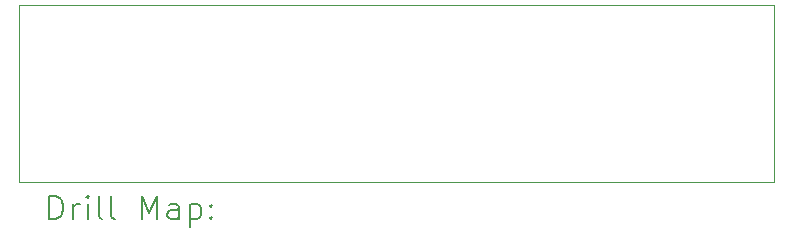
<source format=gbr>
%TF.GenerationSoftware,KiCad,Pcbnew,6.0.11*%
%TF.CreationDate,2024-08-22T19:43:11+01:00*%
%TF.ProjectId,ESPower,4553506f-7765-4722-9e6b-696361645f70,rev?*%
%TF.SameCoordinates,PX4f54d68PY59a0560*%
%TF.FileFunction,Drillmap*%
%TF.FilePolarity,Positive*%
%FSLAX45Y45*%
G04 Gerber Fmt 4.5, Leading zero omitted, Abs format (unit mm)*
G04 Created by KiCad (PCBNEW 6.0.11) date 2024-08-22 19:43:11*
%MOMM*%
%LPD*%
G01*
G04 APERTURE LIST*
%ADD10C,0.050000*%
%ADD11C,0.200000*%
G04 APERTURE END LIST*
D10*
X0Y-1498600D02*
X0Y0D01*
X0Y0D02*
X6388100Y0D01*
X6388100Y-1498600D02*
X0Y-1498600D01*
X6388100Y0D02*
X6388100Y-1498600D01*
D11*
X255119Y-1811576D02*
X255119Y-1611576D01*
X302738Y-1611576D01*
X331310Y-1621100D01*
X350357Y-1640148D01*
X359881Y-1659195D01*
X369405Y-1697290D01*
X369405Y-1725862D01*
X359881Y-1763957D01*
X350357Y-1783005D01*
X331310Y-1802052D01*
X302738Y-1811576D01*
X255119Y-1811576D01*
X455119Y-1811576D02*
X455119Y-1678243D01*
X455119Y-1716338D02*
X464643Y-1697290D01*
X474167Y-1687767D01*
X493214Y-1678243D01*
X512262Y-1678243D01*
X578929Y-1811576D02*
X578929Y-1678243D01*
X578929Y-1611576D02*
X569405Y-1621100D01*
X578929Y-1630624D01*
X588452Y-1621100D01*
X578929Y-1611576D01*
X578929Y-1630624D01*
X702738Y-1811576D02*
X683690Y-1802052D01*
X674167Y-1783005D01*
X674167Y-1611576D01*
X807500Y-1811576D02*
X788452Y-1802052D01*
X778928Y-1783005D01*
X778928Y-1611576D01*
X1036071Y-1811576D02*
X1036071Y-1611576D01*
X1102738Y-1754433D01*
X1169405Y-1611576D01*
X1169405Y-1811576D01*
X1350357Y-1811576D02*
X1350357Y-1706814D01*
X1340833Y-1687767D01*
X1321786Y-1678243D01*
X1283690Y-1678243D01*
X1264643Y-1687767D01*
X1350357Y-1802052D02*
X1331310Y-1811576D01*
X1283690Y-1811576D01*
X1264643Y-1802052D01*
X1255119Y-1783005D01*
X1255119Y-1763957D01*
X1264643Y-1744909D01*
X1283690Y-1735386D01*
X1331310Y-1735386D01*
X1350357Y-1725862D01*
X1445595Y-1678243D02*
X1445595Y-1878243D01*
X1445595Y-1687767D02*
X1464643Y-1678243D01*
X1502738Y-1678243D01*
X1521786Y-1687767D01*
X1531309Y-1697290D01*
X1540833Y-1716338D01*
X1540833Y-1773481D01*
X1531309Y-1792528D01*
X1521786Y-1802052D01*
X1502738Y-1811576D01*
X1464643Y-1811576D01*
X1445595Y-1802052D01*
X1626548Y-1792528D02*
X1636071Y-1802052D01*
X1626548Y-1811576D01*
X1617024Y-1802052D01*
X1626548Y-1792528D01*
X1626548Y-1811576D01*
X1626548Y-1687767D02*
X1636071Y-1697290D01*
X1626548Y-1706814D01*
X1617024Y-1697290D01*
X1626548Y-1687767D01*
X1626548Y-1706814D01*
M02*

</source>
